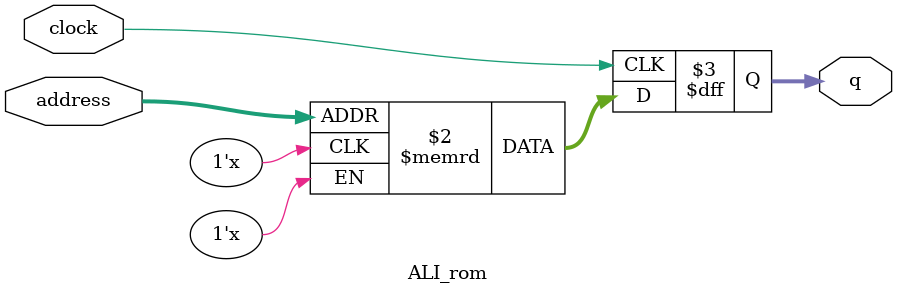
<source format=sv>
module ALI_rom (
	input logic clock,
	input logic [9:0] address,
	output logic [2:0] q
);

logic [2:0] memory [0:1023] /* synthesis ram_init_file = "./ALI/ALI.mif" */;

always_ff @ (posedge clock) begin
	q <= memory[address];
end

endmodule

</source>
